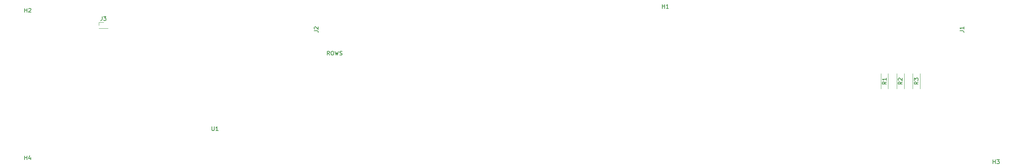
<source format=gbr>
%TF.GenerationSoftware,KiCad,Pcbnew,6.0.10-86aedd382b~118~ubuntu22.04.1*%
%TF.CreationDate,2023-01-16T13:23:36+01:00*%
%TF.ProjectId,tandberg-usb,74616e64-6265-4726-972d-7573622e6b69,rev?*%
%TF.SameCoordinates,Original*%
%TF.FileFunction,Legend,Top*%
%TF.FilePolarity,Positive*%
%FSLAX46Y46*%
G04 Gerber Fmt 4.6, Leading zero omitted, Abs format (unit mm)*
G04 Created by KiCad (PCBNEW 6.0.10-86aedd382b~118~ubuntu22.04.1) date 2023-01-16 13:23:36*
%MOMM*%
%LPD*%
G01*
G04 APERTURE LIST*
%ADD10C,0.150000*%
%ADD11C,0.120000*%
G04 APERTURE END LIST*
D10*
X102738095Y-37452380D02*
X102404761Y-36976190D01*
X102166666Y-37452380D02*
X102166666Y-36452380D01*
X102547619Y-36452380D01*
X102642857Y-36500000D01*
X102690476Y-36547619D01*
X102738095Y-36642857D01*
X102738095Y-36785714D01*
X102690476Y-36880952D01*
X102642857Y-36928571D01*
X102547619Y-36976190D01*
X102166666Y-36976190D01*
X103357142Y-36452380D02*
X103547619Y-36452380D01*
X103642857Y-36500000D01*
X103738095Y-36595238D01*
X103785714Y-36785714D01*
X103785714Y-37119047D01*
X103738095Y-37309523D01*
X103642857Y-37404761D01*
X103547619Y-37452380D01*
X103357142Y-37452380D01*
X103261904Y-37404761D01*
X103166666Y-37309523D01*
X103119047Y-37119047D01*
X103119047Y-36785714D01*
X103166666Y-36595238D01*
X103261904Y-36500000D01*
X103357142Y-36452380D01*
X104119047Y-36452380D02*
X104357142Y-37452380D01*
X104547619Y-36738095D01*
X104738095Y-37452380D01*
X104976190Y-36452380D01*
X105309523Y-37404761D02*
X105452380Y-37452380D01*
X105690476Y-37452380D01*
X105785714Y-37404761D01*
X105833333Y-37357142D01*
X105880952Y-37261904D01*
X105880952Y-37166666D01*
X105833333Y-37071428D01*
X105785714Y-37023809D01*
X105690476Y-36976190D01*
X105500000Y-36928571D01*
X105404761Y-36880952D01*
X105357142Y-36833333D01*
X105309523Y-36738095D01*
X105309523Y-36642857D01*
X105357142Y-36547619D01*
X105404761Y-36500000D01*
X105500000Y-36452380D01*
X105738095Y-36452380D01*
X105880952Y-36500000D01*
%TO.C,H1*%
X186238095Y-25702380D02*
X186238095Y-24702380D01*
X186238095Y-25178571D02*
X186809523Y-25178571D01*
X186809523Y-25702380D02*
X186809523Y-24702380D01*
X187809523Y-25702380D02*
X187238095Y-25702380D01*
X187523809Y-25702380D02*
X187523809Y-24702380D01*
X187428571Y-24845238D01*
X187333333Y-24940476D01*
X187238095Y-24988095D01*
%TO.C,J3*%
X45666666Y-27757380D02*
X45666666Y-28471666D01*
X45619047Y-28614523D01*
X45523809Y-28709761D01*
X45380952Y-28757380D01*
X45285714Y-28757380D01*
X46047619Y-27757380D02*
X46666666Y-27757380D01*
X46333333Y-28138333D01*
X46476190Y-28138333D01*
X46571428Y-28185952D01*
X46619047Y-28233571D01*
X46666666Y-28328809D01*
X46666666Y-28566904D01*
X46619047Y-28662142D01*
X46571428Y-28709761D01*
X46476190Y-28757380D01*
X46190476Y-28757380D01*
X46095238Y-28709761D01*
X46047619Y-28662142D01*
%TO.C,J1*%
X260902380Y-31333333D02*
X261616666Y-31333333D01*
X261759523Y-31380952D01*
X261854761Y-31476190D01*
X261902380Y-31619047D01*
X261902380Y-31714285D01*
X261902380Y-30333333D02*
X261902380Y-30904761D01*
X261902380Y-30619047D02*
X260902380Y-30619047D01*
X261045238Y-30714285D01*
X261140476Y-30809523D01*
X261188095Y-30904761D01*
%TO.C,H3*%
X269238095Y-64702380D02*
X269238095Y-63702380D01*
X269238095Y-64178571D02*
X269809523Y-64178571D01*
X269809523Y-64702380D02*
X269809523Y-63702380D01*
X270190476Y-63702380D02*
X270809523Y-63702380D01*
X270476190Y-64083333D01*
X270619047Y-64083333D01*
X270714285Y-64130952D01*
X270761904Y-64178571D01*
X270809523Y-64273809D01*
X270809523Y-64511904D01*
X270761904Y-64607142D01*
X270714285Y-64654761D01*
X270619047Y-64702380D01*
X270333333Y-64702380D01*
X270238095Y-64654761D01*
X270190476Y-64607142D01*
%TO.C,R3*%
X250452380Y-44166666D02*
X249976190Y-44500000D01*
X250452380Y-44738095D02*
X249452380Y-44738095D01*
X249452380Y-44357142D01*
X249500000Y-44261904D01*
X249547619Y-44214285D01*
X249642857Y-44166666D01*
X249785714Y-44166666D01*
X249880952Y-44214285D01*
X249928571Y-44261904D01*
X249976190Y-44357142D01*
X249976190Y-44738095D01*
X249452380Y-43833333D02*
X249452380Y-43214285D01*
X249833333Y-43547619D01*
X249833333Y-43404761D01*
X249880952Y-43309523D01*
X249928571Y-43261904D01*
X250023809Y-43214285D01*
X250261904Y-43214285D01*
X250357142Y-43261904D01*
X250404761Y-43309523D01*
X250452380Y-43404761D01*
X250452380Y-43690476D01*
X250404761Y-43785714D01*
X250357142Y-43833333D01*
%TO.C,H4*%
X26238095Y-63702380D02*
X26238095Y-62702380D01*
X26238095Y-63178571D02*
X26809523Y-63178571D01*
X26809523Y-63702380D02*
X26809523Y-62702380D01*
X27714285Y-63035714D02*
X27714285Y-63702380D01*
X27476190Y-62654761D02*
X27238095Y-63369047D01*
X27857142Y-63369047D01*
%TO.C,R2*%
X246452380Y-44166666D02*
X245976190Y-44500000D01*
X246452380Y-44738095D02*
X245452380Y-44738095D01*
X245452380Y-44357142D01*
X245500000Y-44261904D01*
X245547619Y-44214285D01*
X245642857Y-44166666D01*
X245785714Y-44166666D01*
X245880952Y-44214285D01*
X245928571Y-44261904D01*
X245976190Y-44357142D01*
X245976190Y-44738095D01*
X245547619Y-43785714D02*
X245500000Y-43738095D01*
X245452380Y-43642857D01*
X245452380Y-43404761D01*
X245500000Y-43309523D01*
X245547619Y-43261904D01*
X245642857Y-43214285D01*
X245738095Y-43214285D01*
X245880952Y-43261904D01*
X246452380Y-43833333D01*
X246452380Y-43214285D01*
%TO.C,R1*%
X242452380Y-44166666D02*
X241976190Y-44500000D01*
X242452380Y-44738095D02*
X241452380Y-44738095D01*
X241452380Y-44357142D01*
X241500000Y-44261904D01*
X241547619Y-44214285D01*
X241642857Y-44166666D01*
X241785714Y-44166666D01*
X241880952Y-44214285D01*
X241928571Y-44261904D01*
X241976190Y-44357142D01*
X241976190Y-44738095D01*
X242452380Y-43214285D02*
X242452380Y-43785714D01*
X242452380Y-43500000D02*
X241452380Y-43500000D01*
X241595238Y-43595238D01*
X241690476Y-43690476D01*
X241738095Y-43785714D01*
%TO.C,U1*%
X73213095Y-55402380D02*
X73213095Y-56211904D01*
X73260714Y-56307142D01*
X73308333Y-56354761D01*
X73403571Y-56402380D01*
X73594047Y-56402380D01*
X73689285Y-56354761D01*
X73736904Y-56307142D01*
X73784523Y-56211904D01*
X73784523Y-55402380D01*
X74784523Y-56402380D02*
X74213095Y-56402380D01*
X74498809Y-56402380D02*
X74498809Y-55402380D01*
X74403571Y-55545238D01*
X74308333Y-55640476D01*
X74213095Y-55688095D01*
%TO.C,H2*%
X26238095Y-26702380D02*
X26238095Y-25702380D01*
X26238095Y-26178571D02*
X26809523Y-26178571D01*
X26809523Y-26702380D02*
X26809523Y-25702380D01*
X27238095Y-25797619D02*
X27285714Y-25750000D01*
X27380952Y-25702380D01*
X27619047Y-25702380D01*
X27714285Y-25750000D01*
X27761904Y-25797619D01*
X27809523Y-25892857D01*
X27809523Y-25988095D01*
X27761904Y-26130952D01*
X27190476Y-26702380D01*
X27809523Y-26702380D01*
%TO.C,J2*%
X98902380Y-31333333D02*
X99616666Y-31333333D01*
X99759523Y-31380952D01*
X99854761Y-31476190D01*
X99902380Y-31619047D01*
X99902380Y-31714285D01*
X98997619Y-30904761D02*
X98950000Y-30857142D01*
X98902380Y-30761904D01*
X98902380Y-30523809D01*
X98950000Y-30428571D01*
X98997619Y-30380952D01*
X99092857Y-30333333D01*
X99188095Y-30333333D01*
X99330952Y-30380952D01*
X99902380Y-30952380D01*
X99902380Y-30333333D01*
D11*
%TO.C,J3*%
X44890000Y-30000000D02*
X44890000Y-29240000D01*
X44890000Y-30760000D02*
X45436529Y-30760000D01*
X44890000Y-29240000D02*
X46000000Y-29240000D01*
X46563471Y-30760000D02*
X47110000Y-30760000D01*
X44890000Y-30760000D02*
X47110000Y-30760000D01*
X47110000Y-30760000D02*
X47110000Y-30695000D01*
X44890000Y-30760000D02*
X44890000Y-30695000D01*
%TO.C,R3*%
X249080000Y-42080000D02*
X249080000Y-45920000D01*
X250920000Y-42080000D02*
X250920000Y-45920000D01*
%TO.C,R2*%
X245080000Y-42080000D02*
X245080000Y-45920000D01*
X246920000Y-42080000D02*
X246920000Y-45920000D01*
%TO.C,R1*%
X241080000Y-42080000D02*
X241080000Y-45920000D01*
X242920000Y-42080000D02*
X242920000Y-45920000D01*
%TD*%
M02*

</source>
